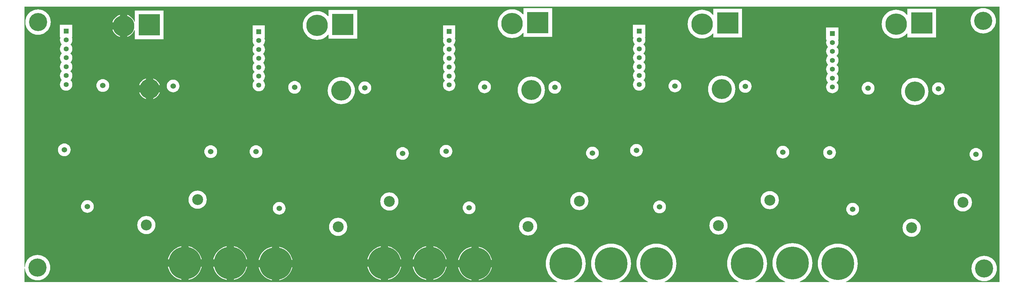
<source format=gbl>
G04*
G04 #@! TF.GenerationSoftware,Altium Limited,Altium Designer,19.1.7 (138)*
G04*
G04 Layer_Physical_Order=2*
G04 Layer_Color=16711680*
%FSLAX25Y25*%
%MOIN*%
G70*
G01*
G75*
%ADD27C,0.36000*%
%ADD28C,0.23622*%
%ADD29R,0.23622X0.23622*%
%ADD30C,0.12000*%
%ADD31C,0.22000*%
%ADD32C,0.06000*%
%ADD33R,0.05543X0.05543*%
%ADD34C,0.05543*%
%ADD35C,0.20000*%
G36*
X1078500Y347500D02*
Y43500D01*
X909302D01*
X909185Y44000D01*
X911024Y44907D01*
X913422Y46509D01*
X915590Y48410D01*
X917491Y50578D01*
X919093Y52976D01*
X920369Y55563D01*
X921296Y58294D01*
X921859Y61122D01*
X922047Y64000D01*
X921859Y66878D01*
X921296Y69706D01*
X920369Y72437D01*
X919093Y75024D01*
X917491Y77421D01*
X915590Y79590D01*
X913422Y81491D01*
X911024Y83093D01*
X908437Y84369D01*
X905706Y85296D01*
X902878Y85859D01*
X900000Y86047D01*
X897122Y85859D01*
X894294Y85296D01*
X891563Y84369D01*
X888976Y83093D01*
X886578Y81491D01*
X884410Y79590D01*
X882509Y77421D01*
X880907Y75024D01*
X879631Y72437D01*
X878704Y69706D01*
X878141Y66878D01*
X877953Y64000D01*
X878141Y61122D01*
X878704Y58294D01*
X879631Y55563D01*
X880907Y52976D01*
X882509Y50578D01*
X884410Y48410D01*
X886578Y46509D01*
X888976Y44907D01*
X890815Y44000D01*
X890698Y43500D01*
X858113D01*
X858031Y43993D01*
X858437Y44131D01*
X861024Y45407D01*
X863422Y47009D01*
X865590Y48910D01*
X867491Y51078D01*
X869093Y53476D01*
X870369Y56063D01*
X871296Y58794D01*
X871859Y61622D01*
X872047Y64500D01*
X871859Y67378D01*
X871296Y70206D01*
X870369Y72937D01*
X869093Y75524D01*
X867491Y77921D01*
X865590Y80090D01*
X863422Y81991D01*
X861024Y83593D01*
X858437Y84869D01*
X855706Y85796D01*
X852878Y86359D01*
X850000Y86547D01*
X847122Y86359D01*
X844294Y85796D01*
X841563Y84869D01*
X838976Y83593D01*
X836578Y81991D01*
X834410Y80090D01*
X832509Y77921D01*
X830907Y75524D01*
X829631Y72937D01*
X828704Y70206D01*
X828141Y67378D01*
X827953Y64500D01*
X828141Y61622D01*
X828704Y58794D01*
X829631Y56063D01*
X830907Y53476D01*
X832509Y51078D01*
X834410Y48910D01*
X836578Y47009D01*
X838976Y45407D01*
X841563Y44131D01*
X841969Y43993D01*
X841887Y43500D01*
X809302D01*
X809185Y44000D01*
X811024Y44907D01*
X813422Y46509D01*
X815590Y48410D01*
X817491Y50578D01*
X819093Y52976D01*
X820369Y55563D01*
X821296Y58294D01*
X821859Y61122D01*
X822047Y64000D01*
X821859Y66878D01*
X821296Y69706D01*
X820369Y72437D01*
X819093Y75024D01*
X817491Y77421D01*
X815590Y79590D01*
X813422Y81491D01*
X811024Y83093D01*
X808437Y84369D01*
X805706Y85296D01*
X802878Y85859D01*
X800000Y86047D01*
X797122Y85859D01*
X794294Y85296D01*
X791563Y84369D01*
X788976Y83093D01*
X786579Y81491D01*
X784410Y79590D01*
X782509Y77421D01*
X780907Y75024D01*
X779631Y72437D01*
X778704Y69706D01*
X778141Y66878D01*
X777953Y64000D01*
X778141Y61122D01*
X778704Y58294D01*
X779631Y55563D01*
X780907Y52976D01*
X782509Y50578D01*
X784410Y48410D01*
X786579Y46509D01*
X788976Y44907D01*
X790815Y44000D01*
X790698Y43500D01*
X709302D01*
X709185Y44000D01*
X711024Y44907D01*
X713421Y46509D01*
X715590Y48410D01*
X717491Y50578D01*
X719093Y52976D01*
X720369Y55563D01*
X721296Y58294D01*
X721859Y61122D01*
X722047Y64000D01*
X721859Y66878D01*
X721296Y69706D01*
X720369Y72437D01*
X719093Y75024D01*
X717491Y77421D01*
X715590Y79590D01*
X713421Y81491D01*
X711024Y83093D01*
X708437Y84369D01*
X705706Y85296D01*
X702878Y85859D01*
X700000Y86047D01*
X697122Y85859D01*
X694294Y85296D01*
X691563Y84369D01*
X688976Y83093D01*
X686579Y81491D01*
X684410Y79590D01*
X682509Y77421D01*
X680907Y75024D01*
X679631Y72437D01*
X678704Y69706D01*
X678141Y66878D01*
X677953Y64000D01*
X678141Y61122D01*
X678704Y58294D01*
X679631Y55563D01*
X680907Y52976D01*
X682509Y50578D01*
X684410Y48410D01*
X686579Y46509D01*
X688976Y44907D01*
X690815Y44000D01*
X690698Y43500D01*
X659302D01*
X659185Y44000D01*
X661024Y44907D01*
X663421Y46509D01*
X665590Y48410D01*
X667491Y50578D01*
X669093Y52976D01*
X670369Y55563D01*
X671296Y58294D01*
X671859Y61122D01*
X672047Y64000D01*
X671859Y66878D01*
X671296Y69706D01*
X670369Y72437D01*
X669093Y75024D01*
X667491Y77421D01*
X665590Y79590D01*
X663421Y81491D01*
X661024Y83093D01*
X658437Y84369D01*
X655706Y85296D01*
X652878Y85859D01*
X650000Y86047D01*
X647122Y85859D01*
X644294Y85296D01*
X641563Y84369D01*
X638976Y83093D01*
X636579Y81491D01*
X634410Y79590D01*
X632509Y77421D01*
X630907Y75024D01*
X629631Y72437D01*
X628704Y69706D01*
X628141Y66878D01*
X627953Y64000D01*
X628141Y61122D01*
X628704Y58294D01*
X629631Y55563D01*
X630907Y52976D01*
X632509Y50578D01*
X634410Y48410D01*
X636579Y46509D01*
X638976Y44907D01*
X640815Y44000D01*
X640698Y43500D01*
X609302D01*
X609185Y44000D01*
X611024Y44907D01*
X613421Y46509D01*
X615590Y48410D01*
X617491Y50578D01*
X619093Y52976D01*
X620369Y55563D01*
X621296Y58294D01*
X621859Y61122D01*
X622047Y64000D01*
X621859Y66878D01*
X621296Y69706D01*
X620369Y72437D01*
X619093Y75024D01*
X617491Y77421D01*
X615590Y79590D01*
X613421Y81491D01*
X611024Y83093D01*
X608437Y84369D01*
X605706Y85296D01*
X602878Y85859D01*
X600000Y86047D01*
X597122Y85859D01*
X594294Y85296D01*
X591563Y84369D01*
X588976Y83093D01*
X586579Y81491D01*
X584410Y79590D01*
X582509Y77421D01*
X580907Y75024D01*
X579631Y72437D01*
X578704Y69706D01*
X578141Y66878D01*
X577953Y64000D01*
X578141Y61122D01*
X578704Y58294D01*
X579631Y55563D01*
X580907Y52976D01*
X582509Y50578D01*
X584410Y48410D01*
X586579Y46509D01*
X588976Y44907D01*
X590815Y44000D01*
X590698Y43500D01*
X3000Y43500D01*
Y58930D01*
X3500Y58950D01*
X3630Y57303D01*
X4144Y55160D01*
X4987Y53124D01*
X6139Y51246D01*
X7570Y49570D01*
X9246Y48139D01*
X11124Y46987D01*
X13160Y46144D01*
X15303Y45630D01*
X17500Y45457D01*
X19697Y45630D01*
X21840Y46144D01*
X23876Y46987D01*
X25754Y48139D01*
X27430Y49570D01*
X28861Y51246D01*
X30013Y53124D01*
X30856Y55160D01*
X31370Y57303D01*
X31543Y59500D01*
X31370Y61697D01*
X30856Y63840D01*
X30013Y65876D01*
X28861Y67754D01*
X27430Y69430D01*
X25754Y70861D01*
X23876Y72013D01*
X21840Y72856D01*
X19697Y73370D01*
X17500Y73543D01*
X15303Y73370D01*
X13160Y72856D01*
X11124Y72013D01*
X9246Y70861D01*
X7570Y69430D01*
X6139Y67754D01*
X4987Y65876D01*
X4144Y63840D01*
X3630Y61697D01*
X3500Y60050D01*
X3000Y60070D01*
Y347500D01*
X1078500Y347500D01*
D02*
G37*
%LPC*%
G36*
X584984Y345811D02*
X553362D01*
Y339190D01*
X552893Y339017D01*
X552041Y340014D01*
X550149Y341630D01*
X548027Y342931D01*
X545728Y343883D01*
X543308Y344464D01*
X540827Y344659D01*
X538346Y344464D01*
X535926Y343883D01*
X533627Y342931D01*
X531505Y341630D01*
X529612Y340014D01*
X527996Y338121D01*
X526695Y335999D01*
X525743Y333700D01*
X525162Y331280D01*
X524967Y328799D01*
X525162Y326318D01*
X525743Y323898D01*
X526695Y321599D01*
X527996Y319477D01*
X529612Y317585D01*
X531505Y315968D01*
X533627Y314668D01*
X535926Y313716D01*
X538346Y313135D01*
X540827Y312939D01*
X543308Y313135D01*
X545728Y313716D01*
X548027Y314668D01*
X550149Y315968D01*
X552041Y317585D01*
X552893Y318582D01*
X553362Y318409D01*
Y314189D01*
X584984D01*
Y345811D01*
D02*
G37*
G36*
X1008484Y345311D02*
X976862D01*
Y338690D01*
X976393Y338517D01*
X975541Y339514D01*
X973649Y341130D01*
X971527Y342430D01*
X969228Y343383D01*
X966808Y343964D01*
X964327Y344159D01*
X961846Y343964D01*
X959426Y343383D01*
X957127Y342430D01*
X955005Y341130D01*
X953112Y339514D01*
X951496Y337621D01*
X950196Y335500D01*
X949243Y333200D01*
X948662Y330780D01*
X948467Y328299D01*
X948662Y325818D01*
X949243Y323398D01*
X950196Y321099D01*
X951496Y318977D01*
X953112Y317085D01*
X955005Y315468D01*
X957127Y314168D01*
X959426Y313215D01*
X961846Y312635D01*
X964327Y312439D01*
X966808Y312635D01*
X969228Y313215D01*
X971527Y314168D01*
X973649Y315468D01*
X975541Y317085D01*
X976393Y318082D01*
X976862Y317909D01*
Y313689D01*
X1008484D01*
Y345311D01*
D02*
G37*
G36*
X794484D02*
X762862D01*
Y338690D01*
X762393Y338517D01*
X761541Y339514D01*
X759649Y341130D01*
X757527Y342430D01*
X755228Y343383D01*
X752808Y343964D01*
X750327Y344159D01*
X747846Y343964D01*
X745426Y343383D01*
X743126Y342430D01*
X741005Y341130D01*
X739112Y339514D01*
X737496Y337621D01*
X736196Y335500D01*
X735243Y333200D01*
X734662Y330780D01*
X734467Y328299D01*
X734662Y325818D01*
X735243Y323398D01*
X736196Y321099D01*
X737496Y318977D01*
X739112Y317085D01*
X741005Y315468D01*
X743126Y314168D01*
X745426Y313215D01*
X747846Y312635D01*
X750327Y312439D01*
X752808Y312635D01*
X755228Y313215D01*
X757527Y314168D01*
X759649Y315468D01*
X761541Y317085D01*
X762393Y318082D01*
X762862Y317909D01*
Y313689D01*
X794484D01*
Y345311D01*
D02*
G37*
G36*
X369984Y343811D02*
X338362D01*
Y337190D01*
X337893Y337017D01*
X337041Y338014D01*
X335149Y339630D01*
X333027Y340931D01*
X330728Y341883D01*
X328308Y342464D01*
X325827Y342659D01*
X323346Y342464D01*
X320926Y341883D01*
X318626Y340931D01*
X316505Y339630D01*
X314612Y338014D01*
X312996Y336121D01*
X311696Y333999D01*
X310743Y331700D01*
X310162Y329280D01*
X309967Y326799D01*
X310162Y324318D01*
X310743Y321898D01*
X311696Y319599D01*
X312996Y317477D01*
X314612Y315585D01*
X316505Y313968D01*
X318626Y312668D01*
X320926Y311716D01*
X323346Y311135D01*
X325827Y310939D01*
X328308Y311135D01*
X330728Y311716D01*
X333027Y312668D01*
X335149Y313968D01*
X337041Y315585D01*
X337893Y316582D01*
X338362Y316409D01*
Y312189D01*
X369984D01*
Y343811D01*
D02*
G37*
G36*
X156484Y343311D02*
X124862D01*
Y330819D01*
X124362Y330720D01*
X123777Y332133D01*
X122723Y333853D01*
X121414Y335386D01*
X119880Y336696D01*
X118161Y337749D01*
X116327Y338509D01*
Y326299D01*
Y314089D01*
X118161Y314849D01*
X119880Y315903D01*
X121414Y317212D01*
X122723Y318746D01*
X123777Y320465D01*
X124362Y321879D01*
X124862Y321779D01*
Y311689D01*
X156484D01*
Y343311D01*
D02*
G37*
G36*
X108327Y338509D02*
X106493Y337749D01*
X104773Y336696D01*
X103240Y335386D01*
X101930Y333853D01*
X100877Y332133D01*
X100117Y330299D01*
X108327D01*
Y338509D01*
D02*
G37*
G36*
X1060500Y346043D02*
X1058303Y345870D01*
X1056160Y345356D01*
X1054125Y344513D01*
X1052246Y343361D01*
X1050570Y341930D01*
X1049139Y340254D01*
X1047987Y338375D01*
X1047144Y336340D01*
X1046630Y334197D01*
X1046457Y332000D01*
X1046630Y329803D01*
X1047144Y327660D01*
X1047987Y325624D01*
X1049139Y323746D01*
X1050570Y322070D01*
X1052246Y320639D01*
X1054125Y319487D01*
X1056160Y318644D01*
X1058303Y318130D01*
X1060500Y317957D01*
X1062697Y318130D01*
X1064840Y318644D01*
X1066875Y319487D01*
X1068754Y320639D01*
X1070430Y322070D01*
X1071861Y323746D01*
X1073013Y325624D01*
X1073856Y327660D01*
X1074370Y329803D01*
X1074543Y332000D01*
X1074370Y334197D01*
X1073856Y336340D01*
X1073013Y338375D01*
X1071861Y340254D01*
X1070430Y341930D01*
X1068754Y343361D01*
X1066875Y344513D01*
X1064840Y345356D01*
X1062697Y345870D01*
X1060500Y346043D01*
D02*
G37*
G36*
X18000Y344543D02*
X15803Y344370D01*
X13660Y343856D01*
X11625Y343013D01*
X9746Y341861D01*
X8070Y340430D01*
X6639Y338754D01*
X5487Y336876D01*
X4644Y334840D01*
X4130Y332697D01*
X3957Y330500D01*
X4130Y328303D01*
X4644Y326160D01*
X5487Y324125D01*
X6639Y322246D01*
X8070Y320570D01*
X9746Y319139D01*
X11625Y317987D01*
X13660Y317144D01*
X15803Y316630D01*
X18000Y316457D01*
X20197Y316630D01*
X22340Y317144D01*
X24375Y317987D01*
X26254Y319139D01*
X27930Y320570D01*
X29361Y322246D01*
X30513Y324125D01*
X31356Y326160D01*
X31870Y328303D01*
X32043Y330500D01*
X31870Y332697D01*
X31356Y334840D01*
X30513Y336876D01*
X29361Y338754D01*
X27930Y340430D01*
X26254Y341861D01*
X24375Y343013D01*
X22340Y343856D01*
X20197Y344370D01*
X18000Y344543D01*
D02*
G37*
G36*
X108327Y322299D02*
X100117D01*
X100877Y320465D01*
X101930Y318746D01*
X103240Y317212D01*
X104773Y315903D01*
X106493Y314849D01*
X108327Y314089D01*
Y322299D01*
D02*
G37*
G36*
X145000Y268332D02*
Y261000D01*
X152332D01*
X151725Y262465D01*
X150738Y264075D01*
X149512Y265511D01*
X148075Y266738D01*
X146465Y267725D01*
X145000Y268332D01*
D02*
G37*
G36*
X137000D02*
X135535Y267725D01*
X133925Y266738D01*
X132489Y265511D01*
X131262Y264075D01*
X130275Y262465D01*
X129668Y261000D01*
X137000D01*
Y268332D01*
D02*
G37*
G36*
X687772Y327484D02*
X674228D01*
Y313941D01*
X674424D01*
X674711Y313538D01*
X674704Y313441D01*
X674326Y312198D01*
X674196Y310870D01*
X674326Y309543D01*
X674714Y308266D01*
X675342Y307090D01*
X676189Y306059D01*
Y305839D01*
X675342Y304808D01*
X674714Y303631D01*
X674326Y302355D01*
X674196Y301028D01*
X674326Y299700D01*
X674714Y298424D01*
X675342Y297247D01*
X676189Y296216D01*
Y295996D01*
X675342Y294965D01*
X674714Y293789D01*
X674326Y292512D01*
X674196Y291185D01*
X674326Y289858D01*
X674714Y288581D01*
X675342Y287405D01*
X676189Y286374D01*
Y286154D01*
X675342Y285123D01*
X674714Y283946D01*
X674326Y282670D01*
X674196Y281343D01*
X674326Y280015D01*
X674714Y278739D01*
X675342Y277562D01*
X676189Y276531D01*
Y276311D01*
X675342Y275280D01*
X674714Y274104D01*
X674326Y272828D01*
X674196Y271500D01*
X674326Y270173D01*
X674714Y268896D01*
X675342Y267720D01*
X676189Y266689D01*
Y266469D01*
X675342Y265438D01*
X674714Y264261D01*
X674326Y262985D01*
X674196Y261658D01*
X674326Y260330D01*
X674714Y259053D01*
X675342Y257877D01*
X676189Y256846D01*
X677220Y256000D01*
X678396Y255371D01*
X679672Y254984D01*
X681000Y254853D01*
X682328Y254984D01*
X683604Y255371D01*
X684780Y256000D01*
X685811Y256846D01*
X686658Y257877D01*
X687287Y259053D01*
X687674Y260330D01*
X687804Y261658D01*
X687674Y262985D01*
X687287Y264261D01*
X686658Y265438D01*
X685811Y266469D01*
Y266689D01*
X686658Y267720D01*
X687287Y268896D01*
X687674Y270173D01*
X687804Y271500D01*
X687674Y272828D01*
X687287Y274104D01*
X686658Y275280D01*
X685811Y276311D01*
Y276531D01*
X686658Y277562D01*
X687287Y278739D01*
X687674Y280015D01*
X687804Y281343D01*
X687674Y282670D01*
X687287Y283946D01*
X686658Y285123D01*
X685811Y286154D01*
Y286374D01*
X686658Y287405D01*
X687287Y288581D01*
X687674Y289858D01*
X687804Y291185D01*
X687674Y292512D01*
X687287Y293789D01*
X686658Y294965D01*
X685811Y295996D01*
Y296216D01*
X686658Y297247D01*
X687287Y298424D01*
X687674Y299700D01*
X687804Y301028D01*
X687674Y302355D01*
X687287Y303631D01*
X686658Y304808D01*
X685811Y305839D01*
Y306059D01*
X686658Y307090D01*
X687287Y308266D01*
X687674Y309543D01*
X687804Y310870D01*
X687674Y312198D01*
X687296Y313441D01*
X687289Y313538D01*
X687576Y313941D01*
X687772D01*
Y327484D01*
D02*
G37*
G36*
X55772Y327457D02*
X42228D01*
Y313913D01*
X42424D01*
X42711Y313510D01*
X42704Y313413D01*
X42326Y312170D01*
X42196Y310842D01*
X42326Y309515D01*
X42713Y308239D01*
X43342Y307062D01*
X44188Y306031D01*
Y305811D01*
X43342Y304780D01*
X42713Y303604D01*
X42326Y302327D01*
X42196Y301000D01*
X42326Y299673D01*
X42713Y298396D01*
X43342Y297220D01*
X44188Y296189D01*
Y295969D01*
X43342Y294938D01*
X42713Y293761D01*
X42326Y292485D01*
X42196Y291158D01*
X42326Y289830D01*
X42713Y288554D01*
X43342Y287377D01*
X44188Y286346D01*
Y286126D01*
X43342Y285095D01*
X42713Y283919D01*
X42326Y282642D01*
X42196Y281315D01*
X42326Y279988D01*
X42713Y278711D01*
X43342Y277535D01*
X44188Y276503D01*
Y276284D01*
X43342Y275253D01*
X42713Y274076D01*
X42326Y272800D01*
X42196Y271472D01*
X42326Y270145D01*
X42713Y268868D01*
X43342Y267692D01*
X44188Y266661D01*
Y266441D01*
X43342Y265410D01*
X42713Y264234D01*
X42326Y262957D01*
X42196Y261630D01*
X42326Y260302D01*
X42713Y259026D01*
X43342Y257850D01*
X44188Y256819D01*
X45220Y255972D01*
X46396Y255344D01*
X47673Y254956D01*
X49000Y254825D01*
X50327Y254956D01*
X51604Y255344D01*
X52780Y255972D01*
X53812Y256819D01*
X54658Y257850D01*
X55287Y259026D01*
X55674Y260302D01*
X55804Y261630D01*
X55674Y262957D01*
X55287Y264234D01*
X54658Y265410D01*
X53812Y266441D01*
Y266661D01*
X54658Y267692D01*
X55287Y268868D01*
X55674Y270145D01*
X55804Y271472D01*
X55674Y272800D01*
X55287Y274076D01*
X54658Y275253D01*
X53812Y276284D01*
Y276503D01*
X54658Y277535D01*
X55287Y278711D01*
X55674Y279988D01*
X55804Y281315D01*
X55674Y282642D01*
X55287Y283919D01*
X54658Y285095D01*
X53812Y286126D01*
Y286346D01*
X54658Y287377D01*
X55287Y288554D01*
X55674Y289830D01*
X55804Y291158D01*
X55674Y292485D01*
X55287Y293761D01*
X54658Y294938D01*
X53812Y295969D01*
Y296189D01*
X54658Y297220D01*
X55287Y298396D01*
X55674Y299673D01*
X55804Y301000D01*
X55674Y302327D01*
X55287Y303604D01*
X54658Y304780D01*
X53812Y305811D01*
Y306031D01*
X54658Y307062D01*
X55287Y308239D01*
X55674Y309515D01*
X55804Y310842D01*
X55674Y312170D01*
X55296Y313413D01*
X55289Y313510D01*
X55576Y313913D01*
X55772D01*
Y327457D01*
D02*
G37*
G36*
X478272Y326984D02*
X464728D01*
Y313441D01*
X464924D01*
X465211Y313038D01*
X465204Y312941D01*
X464826Y311698D01*
X464696Y310370D01*
X464826Y309043D01*
X465213Y307766D01*
X465842Y306590D01*
X466689Y305559D01*
Y305339D01*
X465842Y304308D01*
X465213Y303132D01*
X464826Y301855D01*
X464696Y300528D01*
X464826Y299200D01*
X465213Y297924D01*
X465842Y296747D01*
X466689Y295716D01*
Y295497D01*
X465842Y294465D01*
X465213Y293289D01*
X464826Y292013D01*
X464696Y290685D01*
X464826Y289358D01*
X465213Y288081D01*
X465842Y286905D01*
X466689Y285874D01*
Y285654D01*
X465842Y284623D01*
X465213Y283447D01*
X464826Y282170D01*
X464696Y280842D01*
X464826Y279515D01*
X465213Y278239D01*
X465842Y277062D01*
X466689Y276031D01*
Y275811D01*
X465842Y274780D01*
X465213Y273604D01*
X464826Y272327D01*
X464696Y271000D01*
X464826Y269672D01*
X465213Y268396D01*
X465842Y267220D01*
X466689Y266189D01*
Y265969D01*
X465842Y264938D01*
X465213Y263761D01*
X464826Y262485D01*
X464696Y261157D01*
X464826Y259830D01*
X465213Y258554D01*
X465842Y257377D01*
X466689Y256346D01*
X467720Y255500D01*
X468896Y254871D01*
X470173Y254484D01*
X471500Y254353D01*
X472827Y254484D01*
X474104Y254871D01*
X475280Y255500D01*
X476311Y256346D01*
X477158Y257377D01*
X477786Y258554D01*
X478174Y259830D01*
X478304Y261157D01*
X478174Y262485D01*
X477786Y263761D01*
X477158Y264938D01*
X476311Y265969D01*
Y266189D01*
X477158Y267220D01*
X477786Y268396D01*
X478174Y269672D01*
X478304Y271000D01*
X478174Y272327D01*
X477786Y273604D01*
X477158Y274780D01*
X476311Y275811D01*
Y276031D01*
X477158Y277062D01*
X477786Y278239D01*
X478174Y279515D01*
X478304Y280842D01*
X478174Y282170D01*
X477786Y283447D01*
X477158Y284623D01*
X476311Y285654D01*
Y285874D01*
X477158Y286905D01*
X477786Y288081D01*
X478174Y289358D01*
X478304Y290685D01*
X478174Y292013D01*
X477786Y293289D01*
X477158Y294465D01*
X476311Y295497D01*
Y295716D01*
X477158Y296747D01*
X477786Y297924D01*
X478174Y299200D01*
X478304Y300528D01*
X478174Y301855D01*
X477786Y303132D01*
X477158Y304308D01*
X476311Y305339D01*
Y305559D01*
X477158Y306590D01*
X477786Y307766D01*
X478174Y309043D01*
X478304Y310370D01*
X478174Y311698D01*
X477797Y312941D01*
X477789Y313038D01*
X478076Y313441D01*
X478272D01*
Y326984D01*
D02*
G37*
G36*
X268272Y326772D02*
X254728D01*
Y313228D01*
X254924D01*
X255211Y312825D01*
X255204Y312728D01*
X254826Y311485D01*
X254696Y310157D01*
X254826Y308830D01*
X255213Y307554D01*
X255842Y306377D01*
X256688Y305346D01*
Y305126D01*
X255842Y304095D01*
X255213Y302919D01*
X254826Y301642D01*
X254696Y300315D01*
X254826Y298988D01*
X255213Y297711D01*
X255842Y296535D01*
X256688Y295503D01*
Y295284D01*
X255842Y294253D01*
X255213Y293076D01*
X254826Y291800D01*
X254696Y290472D01*
X254826Y289145D01*
X255213Y287868D01*
X255842Y286692D01*
X256688Y285661D01*
Y285441D01*
X255842Y284410D01*
X255213Y283234D01*
X254826Y281957D01*
X254696Y280630D01*
X254826Y279302D01*
X255213Y278026D01*
X255842Y276850D01*
X256688Y275818D01*
Y275599D01*
X255842Y274568D01*
X255213Y273391D01*
X254826Y272115D01*
X254696Y270787D01*
X254826Y269460D01*
X255213Y268183D01*
X255842Y267007D01*
X256688Y265976D01*
Y265756D01*
X255842Y264725D01*
X255213Y263549D01*
X254826Y262272D01*
X254696Y260945D01*
X254826Y259617D01*
X255213Y258341D01*
X255842Y257165D01*
X256688Y256133D01*
X257720Y255287D01*
X258896Y254658D01*
X260173Y254271D01*
X261500Y254140D01*
X262827Y254271D01*
X264104Y254658D01*
X265280Y255287D01*
X266312Y256133D01*
X267158Y257165D01*
X267787Y258341D01*
X268174Y259617D01*
X268304Y260945D01*
X268174Y262272D01*
X267787Y263549D01*
X267158Y264725D01*
X266312Y265756D01*
Y265976D01*
X267158Y267007D01*
X267787Y268183D01*
X268174Y269460D01*
X268304Y270787D01*
X268174Y272115D01*
X267787Y273391D01*
X267158Y274568D01*
X266312Y275599D01*
Y275818D01*
X267158Y276850D01*
X267787Y278026D01*
X268174Y279302D01*
X268304Y280630D01*
X268174Y281957D01*
X267787Y283234D01*
X267158Y284410D01*
X266312Y285441D01*
Y285661D01*
X267158Y286692D01*
X267787Y287868D01*
X268174Y289145D01*
X268304Y290472D01*
X268174Y291800D01*
X267787Y293076D01*
X267158Y294253D01*
X266312Y295284D01*
Y295503D01*
X267158Y296535D01*
X267787Y297711D01*
X268174Y298988D01*
X268304Y300315D01*
X268174Y301642D01*
X267787Y302919D01*
X267158Y304095D01*
X266312Y305126D01*
Y305346D01*
X267158Y306377D01*
X267787Y307554D01*
X268174Y308830D01*
X268304Y310157D01*
X268174Y311485D01*
X267796Y312728D01*
X267789Y312825D01*
X268076Y313228D01*
X268272D01*
Y326772D01*
D02*
G37*
G36*
X89500Y267534D02*
X88128Y267399D01*
X86808Y266999D01*
X85592Y266349D01*
X84526Y265474D01*
X83652Y264408D01*
X83002Y263192D01*
X82601Y261872D01*
X82466Y260500D01*
X82601Y259128D01*
X83002Y257808D01*
X83652Y256592D01*
X84526Y255526D01*
X85592Y254651D01*
X86808Y254001D01*
X88128Y253601D01*
X89500Y253466D01*
X90872Y253601D01*
X92192Y254001D01*
X93408Y254651D01*
X94474Y255526D01*
X95349Y256592D01*
X95999Y257808D01*
X96399Y259128D01*
X96534Y260500D01*
X96399Y261872D01*
X95999Y263192D01*
X95349Y264408D01*
X94474Y265474D01*
X93408Y266349D01*
X92192Y266999D01*
X90872Y267399D01*
X89500Y267534D01*
D02*
G37*
G36*
X720500Y267034D02*
X719128Y266899D01*
X717808Y266498D01*
X716592Y265848D01*
X715526Y264974D01*
X714652Y263908D01*
X714002Y262692D01*
X713601Y261372D01*
X713466Y260000D01*
X713601Y258628D01*
X714002Y257308D01*
X714652Y256092D01*
X715526Y255026D01*
X716592Y254152D01*
X717808Y253502D01*
X719128Y253101D01*
X720500Y252966D01*
X721872Y253101D01*
X723192Y253502D01*
X724408Y254152D01*
X725474Y255026D01*
X726348Y256092D01*
X726998Y257308D01*
X727399Y258628D01*
X727534Y260000D01*
X727399Y261372D01*
X726998Y262692D01*
X726348Y263908D01*
X725474Y264974D01*
X724408Y265848D01*
X723192Y266498D01*
X721872Y266899D01*
X720500Y267034D01*
D02*
G37*
G36*
X167000D02*
X165628Y266899D01*
X164308Y266498D01*
X163092Y265848D01*
X162026Y264974D01*
X161152Y263908D01*
X160502Y262692D01*
X160101Y261372D01*
X159966Y260000D01*
X160101Y258628D01*
X160502Y257308D01*
X161152Y256092D01*
X162026Y255026D01*
X163092Y254152D01*
X164308Y253502D01*
X165628Y253101D01*
X167000Y252966D01*
X168372Y253101D01*
X169692Y253502D01*
X170908Y254152D01*
X171974Y255026D01*
X172848Y256092D01*
X173498Y257308D01*
X173899Y258628D01*
X174034Y260000D01*
X173899Y261372D01*
X173498Y262692D01*
X172848Y263908D01*
X171974Y264974D01*
X170908Y265848D01*
X169692Y266498D01*
X168372Y266899D01*
X167000Y267034D01*
D02*
G37*
G36*
X798000Y266534D02*
X796628Y266399D01*
X795308Y265999D01*
X794092Y265349D01*
X793026Y264474D01*
X792152Y263408D01*
X791502Y262192D01*
X791101Y260872D01*
X790966Y259500D01*
X791101Y258128D01*
X791502Y256808D01*
X792152Y255592D01*
X793026Y254526D01*
X794092Y253651D01*
X795308Y253001D01*
X796628Y252601D01*
X798000Y252466D01*
X799372Y252601D01*
X800692Y253001D01*
X801908Y253651D01*
X802974Y254526D01*
X803848Y255592D01*
X804498Y256808D01*
X804899Y258128D01*
X805034Y259500D01*
X804899Y260872D01*
X804498Y262192D01*
X803848Y263408D01*
X802974Y264474D01*
X801908Y265349D01*
X800692Y265999D01*
X799372Y266399D01*
X798000Y266534D01*
D02*
G37*
G36*
X900772Y324642D02*
X887228D01*
Y311098D01*
X887424D01*
X887711Y310695D01*
X887704Y310598D01*
X887326Y309355D01*
X887196Y308028D01*
X887326Y306700D01*
X887714Y305424D01*
X888342Y304247D01*
X889189Y303216D01*
Y302996D01*
X888342Y301965D01*
X887714Y300789D01*
X887326Y299513D01*
X887196Y298185D01*
X887326Y296858D01*
X887714Y295581D01*
X888342Y294405D01*
X889189Y293374D01*
Y293154D01*
X888342Y292123D01*
X887714Y290947D01*
X887326Y289670D01*
X887196Y288342D01*
X887326Y287015D01*
X887714Y285739D01*
X888342Y284562D01*
X889189Y283531D01*
Y283311D01*
X888342Y282280D01*
X887714Y281104D01*
X887326Y279827D01*
X887196Y278500D01*
X887326Y277172D01*
X887714Y275896D01*
X888342Y274720D01*
X889189Y273689D01*
Y273469D01*
X888342Y272438D01*
X887714Y271261D01*
X887326Y269985D01*
X887196Y268657D01*
X887326Y267330D01*
X887714Y266054D01*
X888342Y264877D01*
X889189Y263846D01*
Y263626D01*
X888342Y262595D01*
X887714Y261419D01*
X887326Y260142D01*
X887196Y258815D01*
X887326Y257488D01*
X887714Y256211D01*
X888342Y255035D01*
X889189Y254004D01*
X890220Y253157D01*
X891396Y252529D01*
X892673Y252141D01*
X894000Y252010D01*
X895327Y252141D01*
X896604Y252529D01*
X897780Y253157D01*
X898811Y254004D01*
X899658Y255035D01*
X900286Y256211D01*
X900674Y257488D01*
X900804Y258815D01*
X900674Y260142D01*
X900286Y261419D01*
X899658Y262595D01*
X898811Y263626D01*
Y263846D01*
X899658Y264877D01*
X900286Y266054D01*
X900674Y267330D01*
X900804Y268657D01*
X900674Y269985D01*
X900286Y271261D01*
X899658Y272438D01*
X898811Y273469D01*
Y273689D01*
X899658Y274720D01*
X900286Y275896D01*
X900674Y277172D01*
X900804Y278500D01*
X900674Y279827D01*
X900286Y281104D01*
X899658Y282280D01*
X898811Y283311D01*
Y283531D01*
X899658Y284562D01*
X900286Y285739D01*
X900674Y287015D01*
X900804Y288342D01*
X900674Y289670D01*
X900286Y290947D01*
X899658Y292123D01*
X898811Y293154D01*
Y293374D01*
X899658Y294405D01*
X900286Y295581D01*
X900674Y296858D01*
X900804Y298185D01*
X900674Y299513D01*
X900286Y300789D01*
X899658Y301965D01*
X898811Y302996D01*
Y303216D01*
X899658Y304247D01*
X900286Y305424D01*
X900674Y306700D01*
X900804Y308028D01*
X900674Y309355D01*
X900296Y310598D01*
X900289Y310695D01*
X900576Y311098D01*
X900772D01*
Y324642D01*
D02*
G37*
G36*
X510500Y266034D02*
X509128Y265899D01*
X507808Y265498D01*
X506592Y264848D01*
X505526Y263974D01*
X504652Y262908D01*
X504002Y261692D01*
X503601Y260372D01*
X503466Y259000D01*
X503601Y257628D01*
X504002Y256308D01*
X504652Y255092D01*
X505526Y254026D01*
X506592Y253151D01*
X507808Y252502D01*
X509128Y252101D01*
X510500Y251966D01*
X511872Y252101D01*
X513192Y252502D01*
X514408Y253151D01*
X515474Y254026D01*
X516348Y255092D01*
X516998Y256308D01*
X517399Y257628D01*
X517534Y259000D01*
X517399Y260372D01*
X516998Y261692D01*
X516348Y262908D01*
X515474Y263974D01*
X514408Y264848D01*
X513192Y265498D01*
X511872Y265899D01*
X510500Y266034D01*
D02*
G37*
G36*
X588000Y265534D02*
X586628Y265399D01*
X585308Y264999D01*
X584092Y264349D01*
X583026Y263474D01*
X582152Y262408D01*
X581502Y261192D01*
X581101Y259872D01*
X580966Y258500D01*
X581101Y257128D01*
X581502Y255808D01*
X582152Y254592D01*
X583026Y253526D01*
X584092Y252652D01*
X585308Y252002D01*
X586628Y251601D01*
X588000Y251466D01*
X589372Y251601D01*
X590692Y252002D01*
X591908Y252652D01*
X592974Y253526D01*
X593848Y254592D01*
X594498Y255808D01*
X594899Y257128D01*
X595034Y258500D01*
X594899Y259872D01*
X594498Y261192D01*
X593848Y262408D01*
X592974Y263474D01*
X591908Y264349D01*
X590692Y264999D01*
X589372Y265399D01*
X588000Y265534D01*
D02*
G37*
G36*
X301000D02*
X299628Y265399D01*
X298308Y264999D01*
X297092Y264349D01*
X296026Y263474D01*
X295151Y262408D01*
X294501Y261192D01*
X294101Y259872D01*
X293966Y258500D01*
X294101Y257128D01*
X294501Y255808D01*
X295151Y254592D01*
X296026Y253526D01*
X297092Y252652D01*
X298308Y252002D01*
X299628Y251601D01*
X301000Y251466D01*
X302372Y251601D01*
X303692Y252002D01*
X304908Y252652D01*
X305974Y253526D01*
X306849Y254592D01*
X307499Y255808D01*
X307899Y257128D01*
X308034Y258500D01*
X307899Y259872D01*
X307499Y261192D01*
X306849Y262408D01*
X305974Y263474D01*
X304908Y264349D01*
X303692Y264999D01*
X302372Y265399D01*
X301000Y265534D01*
D02*
G37*
G36*
X378500Y265034D02*
X377128Y264899D01*
X375808Y264498D01*
X374592Y263848D01*
X373526Y262974D01*
X372652Y261908D01*
X372002Y260692D01*
X371601Y259372D01*
X371466Y258000D01*
X371601Y256628D01*
X372002Y255308D01*
X372652Y254092D01*
X373526Y253026D01*
X374592Y252151D01*
X375808Y251501D01*
X377128Y251101D01*
X378500Y250966D01*
X379872Y251101D01*
X381192Y251501D01*
X382408Y252151D01*
X383474Y253026D01*
X384349Y254092D01*
X384998Y255308D01*
X385399Y256628D01*
X385534Y258000D01*
X385399Y259372D01*
X384998Y260692D01*
X384349Y261908D01*
X383474Y262974D01*
X382408Y263848D01*
X381192Y264498D01*
X379872Y264899D01*
X378500Y265034D01*
D02*
G37*
G36*
X933500Y264534D02*
X932128Y264399D01*
X930808Y263999D01*
X929592Y263349D01*
X928526Y262474D01*
X927652Y261408D01*
X927001Y260192D01*
X926601Y258872D01*
X926466Y257500D01*
X926601Y256128D01*
X927001Y254808D01*
X927652Y253592D01*
X928526Y252526D01*
X929592Y251652D01*
X930808Y251002D01*
X932128Y250601D01*
X933500Y250466D01*
X934872Y250601D01*
X936192Y251002D01*
X937408Y251652D01*
X938474Y252526D01*
X939349Y253592D01*
X939999Y254808D01*
X940399Y256128D01*
X940534Y257500D01*
X940399Y258872D01*
X939999Y260192D01*
X939349Y261408D01*
X938474Y262474D01*
X937408Y263349D01*
X936192Y263999D01*
X934872Y264399D01*
X933500Y264534D01*
D02*
G37*
G36*
X1011000Y264034D02*
X1009628Y263899D01*
X1008308Y263498D01*
X1007092Y262848D01*
X1006026Y261974D01*
X1005151Y260908D01*
X1004502Y259692D01*
X1004101Y258372D01*
X1003966Y257000D01*
X1004101Y255628D01*
X1004502Y254308D01*
X1005151Y253092D01*
X1006026Y252026D01*
X1007092Y251151D01*
X1008308Y250501D01*
X1009628Y250101D01*
X1011000Y249966D01*
X1012372Y250101D01*
X1013692Y250501D01*
X1014908Y251151D01*
X1015974Y252026D01*
X1016848Y253092D01*
X1017498Y254308D01*
X1017899Y255628D01*
X1018034Y257000D01*
X1017899Y258372D01*
X1017498Y259692D01*
X1016848Y260908D01*
X1015974Y261974D01*
X1014908Y262848D01*
X1013692Y263498D01*
X1012372Y263899D01*
X1011000Y264034D01*
D02*
G37*
G36*
X152332Y253000D02*
X145000D01*
Y245668D01*
X146465Y246275D01*
X148075Y247262D01*
X149512Y248488D01*
X150738Y249925D01*
X151725Y251535D01*
X152332Y253000D01*
D02*
G37*
G36*
X137000D02*
X129668D01*
X130275Y251535D01*
X131262Y249925D01*
X132489Y248488D01*
X133925Y247262D01*
X135535Y246275D01*
X137000Y245668D01*
Y253000D01*
D02*
G37*
G36*
X772000Y271546D02*
X769646Y271361D01*
X767350Y270810D01*
X765169Y269906D01*
X763156Y268673D01*
X761361Y267139D01*
X759827Y265344D01*
X758594Y263331D01*
X757690Y261150D01*
X757139Y258854D01*
X756954Y256500D01*
X757139Y254146D01*
X757690Y251850D01*
X758594Y249669D01*
X759827Y247656D01*
X761361Y245861D01*
X763156Y244327D01*
X765169Y243094D01*
X767350Y242190D01*
X769646Y241639D01*
X772000Y241454D01*
X774354Y241639D01*
X776650Y242190D01*
X778831Y243094D01*
X780844Y244327D01*
X782639Y245861D01*
X784173Y247656D01*
X785406Y249669D01*
X786310Y251850D01*
X786861Y254146D01*
X787046Y256500D01*
X786861Y258854D01*
X786310Y261150D01*
X785406Y263331D01*
X784173Y265344D01*
X782639Y267139D01*
X780844Y268673D01*
X778831Y269906D01*
X776650Y270810D01*
X774354Y271361D01*
X772000Y271546D01*
D02*
G37*
G36*
X562000Y270546D02*
X559646Y270361D01*
X557350Y269810D01*
X555169Y268906D01*
X553156Y267673D01*
X551361Y266139D01*
X549827Y264344D01*
X548594Y262331D01*
X547690Y260150D01*
X547139Y257854D01*
X546954Y255500D01*
X547139Y253146D01*
X547690Y250850D01*
X548594Y248669D01*
X549827Y246656D01*
X551361Y244861D01*
X553156Y243327D01*
X555169Y242094D01*
X557350Y241190D01*
X559646Y240639D01*
X562000Y240454D01*
X564354Y240639D01*
X566650Y241190D01*
X568831Y242094D01*
X570844Y243327D01*
X572639Y244861D01*
X574173Y246656D01*
X575406Y248669D01*
X576310Y250850D01*
X576861Y253146D01*
X577046Y255500D01*
X576861Y257854D01*
X576310Y260150D01*
X575406Y262331D01*
X574173Y264344D01*
X572639Y266139D01*
X570844Y267673D01*
X568831Y268906D01*
X566650Y269810D01*
X564354Y270361D01*
X562000Y270546D01*
D02*
G37*
G36*
X352500Y270046D02*
X350146Y269861D01*
X347850Y269310D01*
X345669Y268406D01*
X343656Y267173D01*
X341861Y265639D01*
X340327Y263844D01*
X339094Y261831D01*
X338190Y259650D01*
X337639Y257354D01*
X337454Y255000D01*
X337639Y252646D01*
X338190Y250350D01*
X339094Y248169D01*
X340327Y246156D01*
X341861Y244361D01*
X343656Y242827D01*
X345669Y241594D01*
X347850Y240690D01*
X350146Y240139D01*
X352500Y239954D01*
X354854Y240139D01*
X357150Y240690D01*
X359331Y241594D01*
X361344Y242827D01*
X363139Y244361D01*
X364673Y246156D01*
X365906Y248169D01*
X366810Y250350D01*
X367361Y252646D01*
X367546Y255000D01*
X367361Y257354D01*
X366810Y259650D01*
X365906Y261831D01*
X364673Y263844D01*
X363139Y265639D01*
X361344Y267173D01*
X359331Y268406D01*
X357150Y269310D01*
X354854Y269861D01*
X352500Y270046D01*
D02*
G37*
G36*
X985000Y269046D02*
X982646Y268861D01*
X980350Y268310D01*
X978169Y267406D01*
X976156Y266173D01*
X974361Y264639D01*
X972827Y262844D01*
X971594Y260831D01*
X970690Y258650D01*
X970139Y256354D01*
X969954Y254000D01*
X970139Y251646D01*
X970690Y249350D01*
X971594Y247169D01*
X972827Y245156D01*
X974361Y243361D01*
X976156Y241827D01*
X978169Y240594D01*
X980350Y239690D01*
X982646Y239139D01*
X985000Y238954D01*
X987354Y239139D01*
X989650Y239690D01*
X991831Y240594D01*
X993844Y241827D01*
X995639Y243361D01*
X997173Y245156D01*
X998406Y247169D01*
X999310Y249350D01*
X999861Y251646D01*
X1000046Y254000D01*
X999861Y256354D01*
X999310Y258650D01*
X998406Y260831D01*
X997173Y262844D01*
X995639Y264639D01*
X993844Y266173D01*
X991831Y267406D01*
X989650Y268310D01*
X987354Y268861D01*
X985000Y269046D01*
D02*
G37*
G36*
X47000Y196534D02*
X45628Y196399D01*
X44308Y195999D01*
X43092Y195349D01*
X42026Y194474D01*
X41151Y193408D01*
X40501Y192192D01*
X40101Y190872D01*
X39966Y189500D01*
X40101Y188128D01*
X40501Y186808D01*
X41151Y185592D01*
X42026Y184526D01*
X43092Y183651D01*
X44308Y183001D01*
X45628Y182601D01*
X47000Y182466D01*
X48372Y182601D01*
X49692Y183001D01*
X50908Y183651D01*
X51974Y184526D01*
X52849Y185592D01*
X53499Y186808D01*
X53899Y188128D01*
X54034Y189500D01*
X53899Y190872D01*
X53499Y192192D01*
X52849Y193408D01*
X51974Y194474D01*
X50908Y195349D01*
X49692Y195999D01*
X48372Y196399D01*
X47000Y196534D01*
D02*
G37*
G36*
X678000Y196034D02*
X676628Y195899D01*
X675308Y195499D01*
X674092Y194849D01*
X673026Y193974D01*
X672152Y192908D01*
X671502Y191692D01*
X671101Y190372D01*
X670966Y189000D01*
X671101Y187628D01*
X671502Y186308D01*
X672152Y185092D01*
X673026Y184026D01*
X674092Y183151D01*
X675308Y182501D01*
X676628Y182101D01*
X678000Y181966D01*
X679372Y182101D01*
X680692Y182501D01*
X681908Y183151D01*
X682974Y184026D01*
X683848Y185092D01*
X684498Y186308D01*
X684899Y187628D01*
X685034Y189000D01*
X684899Y190372D01*
X684498Y191692D01*
X683848Y192908D01*
X682974Y193974D01*
X681908Y194849D01*
X680692Y195499D01*
X679372Y195899D01*
X678000Y196034D01*
D02*
G37*
G36*
X468000Y195034D02*
X466628Y194899D01*
X465308Y194499D01*
X464092Y193849D01*
X463026Y192974D01*
X462152Y191908D01*
X461502Y190692D01*
X461101Y189372D01*
X460966Y188000D01*
X461101Y186628D01*
X461502Y185308D01*
X462152Y184092D01*
X463026Y183026D01*
X464092Y182151D01*
X465308Y181501D01*
X466628Y181101D01*
X468000Y180966D01*
X469372Y181101D01*
X470692Y181501D01*
X471908Y182151D01*
X472974Y183026D01*
X473848Y184092D01*
X474498Y185308D01*
X474899Y186628D01*
X475034Y188000D01*
X474899Y189372D01*
X474498Y190692D01*
X473848Y191908D01*
X472974Y192974D01*
X471908Y193849D01*
X470692Y194499D01*
X469372Y194899D01*
X468000Y195034D01*
D02*
G37*
G36*
X258500Y194534D02*
X257128Y194399D01*
X255808Y193999D01*
X254592Y193349D01*
X253526Y192474D01*
X252652Y191408D01*
X252002Y190192D01*
X251601Y188872D01*
X251466Y187500D01*
X251601Y186128D01*
X252002Y184808D01*
X252652Y183592D01*
X253526Y182526D01*
X254592Y181651D01*
X255808Y181001D01*
X257128Y180601D01*
X258500Y180466D01*
X259872Y180601D01*
X261192Y181001D01*
X262408Y181651D01*
X263474Y182526D01*
X264349Y183592D01*
X264999Y184808D01*
X265399Y186128D01*
X265534Y187500D01*
X265399Y188872D01*
X264999Y190192D01*
X264349Y191408D01*
X263474Y192474D01*
X262408Y193349D01*
X261192Y193999D01*
X259872Y194399D01*
X258500Y194534D01*
D02*
G37*
G36*
X208500D02*
X207128Y194399D01*
X205808Y193999D01*
X204592Y193349D01*
X203526Y192474D01*
X202652Y191408D01*
X202002Y190192D01*
X201601Y188872D01*
X201466Y187500D01*
X201601Y186128D01*
X202002Y184808D01*
X202652Y183592D01*
X203526Y182526D01*
X204592Y181651D01*
X205808Y181001D01*
X207128Y180601D01*
X208500Y180466D01*
X209872Y180601D01*
X211192Y181001D01*
X212408Y181651D01*
X213474Y182526D01*
X214349Y183592D01*
X214999Y184808D01*
X215399Y186128D01*
X215534Y187500D01*
X215399Y188872D01*
X214999Y190192D01*
X214349Y191408D01*
X213474Y192474D01*
X212408Y193349D01*
X211192Y193999D01*
X209872Y194399D01*
X208500Y194534D01*
D02*
G37*
G36*
X839500Y194034D02*
X838128Y193899D01*
X836808Y193499D01*
X835592Y192849D01*
X834526Y191974D01*
X833652Y190908D01*
X833002Y189692D01*
X832601Y188372D01*
X832466Y187000D01*
X832601Y185628D01*
X833002Y184308D01*
X833652Y183092D01*
X834526Y182026D01*
X835592Y181151D01*
X836808Y180501D01*
X838128Y180101D01*
X839500Y179966D01*
X840872Y180101D01*
X842192Y180501D01*
X843408Y181151D01*
X844474Y182026D01*
X845348Y183092D01*
X845998Y184308D01*
X846399Y185628D01*
X846534Y187000D01*
X846399Y188372D01*
X845998Y189692D01*
X845348Y190908D01*
X844474Y191974D01*
X843408Y192849D01*
X842192Y193499D01*
X840872Y193899D01*
X839500Y194034D01*
D02*
G37*
G36*
X891000Y193534D02*
X889628Y193399D01*
X888308Y192999D01*
X887092Y192349D01*
X886026Y191474D01*
X885151Y190408D01*
X884501Y189192D01*
X884101Y187872D01*
X883966Y186500D01*
X884101Y185128D01*
X884501Y183808D01*
X885151Y182592D01*
X886026Y181526D01*
X887092Y180651D01*
X888308Y180001D01*
X889628Y179601D01*
X891000Y179466D01*
X892372Y179601D01*
X893692Y180001D01*
X894908Y180651D01*
X895974Y181526D01*
X896848Y182592D01*
X897499Y183808D01*
X897899Y185128D01*
X898034Y186500D01*
X897899Y187872D01*
X897499Y189192D01*
X896848Y190408D01*
X895974Y191474D01*
X894908Y192349D01*
X893692Y192999D01*
X892372Y193399D01*
X891000Y193534D01*
D02*
G37*
G36*
X629500Y193034D02*
X628128Y192899D01*
X626808Y192499D01*
X625592Y191849D01*
X624526Y190974D01*
X623652Y189908D01*
X623002Y188692D01*
X622601Y187372D01*
X622466Y186000D01*
X622601Y184628D01*
X623002Y183308D01*
X623652Y182092D01*
X624526Y181026D01*
X625592Y180151D01*
X626808Y179501D01*
X628128Y179101D01*
X629500Y178966D01*
X630872Y179101D01*
X632192Y179501D01*
X633408Y180151D01*
X634474Y181026D01*
X635348Y182092D01*
X635998Y183308D01*
X636399Y184628D01*
X636534Y186000D01*
X636399Y187372D01*
X635998Y188692D01*
X635348Y189908D01*
X634474Y190974D01*
X633408Y191849D01*
X632192Y192499D01*
X630872Y192899D01*
X629500Y193034D01*
D02*
G37*
G36*
X420000Y192534D02*
X418628Y192399D01*
X417308Y191999D01*
X416092Y191349D01*
X415026Y190474D01*
X414152Y189408D01*
X413502Y188192D01*
X413101Y186872D01*
X412966Y185500D01*
X413101Y184128D01*
X413502Y182808D01*
X414152Y181592D01*
X415026Y180526D01*
X416092Y179651D01*
X417308Y179001D01*
X418628Y178601D01*
X420000Y178466D01*
X421372Y178601D01*
X422692Y179001D01*
X423908Y179651D01*
X424974Y180526D01*
X425848Y181592D01*
X426498Y182808D01*
X426899Y184128D01*
X427034Y185500D01*
X426899Y186872D01*
X426498Y188192D01*
X425848Y189408D01*
X424974Y190474D01*
X423908Y191349D01*
X422692Y191999D01*
X421372Y192399D01*
X420000Y192534D01*
D02*
G37*
G36*
X1052500Y191534D02*
X1051128Y191399D01*
X1049808Y190998D01*
X1048592Y190348D01*
X1047526Y189474D01*
X1046651Y188408D01*
X1046002Y187192D01*
X1045601Y185872D01*
X1045466Y184500D01*
X1045601Y183128D01*
X1046002Y181808D01*
X1046651Y180592D01*
X1047526Y179526D01*
X1048592Y178651D01*
X1049808Y178001D01*
X1051128Y177601D01*
X1052500Y177466D01*
X1053872Y177601D01*
X1055192Y178001D01*
X1056408Y178651D01*
X1057474Y179526D01*
X1058348Y180592D01*
X1058998Y181808D01*
X1059399Y183128D01*
X1059534Y184500D01*
X1059399Y185872D01*
X1058998Y187192D01*
X1058348Y188408D01*
X1057474Y189474D01*
X1056408Y190348D01*
X1055192Y190998D01*
X1053872Y191399D01*
X1052500Y191534D01*
D02*
G37*
G36*
X194000Y144548D02*
X192040Y144355D01*
X190155Y143783D01*
X188417Y142855D01*
X186895Y141605D01*
X185645Y140083D01*
X184716Y138345D01*
X184145Y136460D01*
X183952Y134500D01*
X184145Y132540D01*
X184716Y130655D01*
X185645Y128917D01*
X186895Y127395D01*
X188417Y126145D01*
X190155Y125216D01*
X192040Y124645D01*
X194000Y124452D01*
X195960Y124645D01*
X197845Y125216D01*
X199583Y126145D01*
X201105Y127395D01*
X202355Y128917D01*
X203284Y130655D01*
X203855Y132540D01*
X204048Y134500D01*
X203855Y136460D01*
X203284Y138345D01*
X202355Y140083D01*
X201105Y141605D01*
X199583Y142855D01*
X197845Y143783D01*
X195960Y144355D01*
X194000Y144548D01*
D02*
G37*
G36*
X825000Y144048D02*
X823040Y143855D01*
X821155Y143283D01*
X819417Y142355D01*
X817895Y141105D01*
X816645Y139583D01*
X815716Y137845D01*
X815145Y135960D01*
X814952Y134000D01*
X815145Y132040D01*
X815716Y130155D01*
X816645Y128417D01*
X817895Y126895D01*
X819417Y125645D01*
X821155Y124716D01*
X823040Y124145D01*
X825000Y123952D01*
X826960Y124145D01*
X828845Y124716D01*
X830583Y125645D01*
X832105Y126895D01*
X833355Y128417D01*
X834284Y130155D01*
X834855Y132040D01*
X835048Y134000D01*
X834855Y135960D01*
X834284Y137845D01*
X833355Y139583D01*
X832105Y141105D01*
X830583Y142355D01*
X828845Y143283D01*
X826960Y143855D01*
X825000Y144048D01*
D02*
G37*
G36*
X615000Y143048D02*
X613040Y142855D01*
X611155Y142283D01*
X609417Y141355D01*
X607895Y140105D01*
X606645Y138583D01*
X605717Y136845D01*
X605145Y134960D01*
X604952Y133000D01*
X605145Y131040D01*
X605717Y129155D01*
X606645Y127417D01*
X607895Y125895D01*
X609417Y124645D01*
X611155Y123716D01*
X613040Y123145D01*
X615000Y122952D01*
X616960Y123145D01*
X618845Y123716D01*
X620583Y124645D01*
X622105Y125895D01*
X623355Y127417D01*
X624284Y129155D01*
X624855Y131040D01*
X625048Y133000D01*
X624855Y134960D01*
X624284Y136845D01*
X623355Y138583D01*
X622105Y140105D01*
X620583Y141355D01*
X618845Y142283D01*
X616960Y142855D01*
X615000Y143048D01*
D02*
G37*
G36*
X405500Y142548D02*
X403540Y142355D01*
X401655Y141783D01*
X399917Y140855D01*
X398395Y139605D01*
X397145Y138083D01*
X396217Y136345D01*
X395645Y134460D01*
X395452Y132500D01*
X395645Y130540D01*
X396217Y128655D01*
X397145Y126917D01*
X398395Y125395D01*
X399917Y124145D01*
X401655Y123216D01*
X403540Y122645D01*
X405500Y122452D01*
X407460Y122645D01*
X409345Y123216D01*
X411083Y124145D01*
X412605Y125395D01*
X413855Y126917D01*
X414783Y128655D01*
X415355Y130540D01*
X415548Y132500D01*
X415355Y134460D01*
X414783Y136345D01*
X413855Y138083D01*
X412605Y139605D01*
X411083Y140855D01*
X409345Y141783D01*
X407460Y142355D01*
X405500Y142548D01*
D02*
G37*
G36*
X1038000Y141548D02*
X1036040Y141355D01*
X1034155Y140784D01*
X1032417Y139855D01*
X1030895Y138605D01*
X1029645Y137083D01*
X1028716Y135345D01*
X1028145Y133460D01*
X1027952Y131500D01*
X1028145Y129540D01*
X1028716Y127655D01*
X1029645Y125917D01*
X1030895Y124395D01*
X1032417Y123145D01*
X1034155Y122216D01*
X1036040Y121645D01*
X1038000Y121452D01*
X1039960Y121645D01*
X1041845Y122216D01*
X1043583Y123145D01*
X1045105Y124395D01*
X1046355Y125917D01*
X1047283Y127655D01*
X1047855Y129540D01*
X1048048Y131500D01*
X1047855Y133460D01*
X1047283Y135345D01*
X1046355Y137083D01*
X1045105Y138605D01*
X1043583Y139855D01*
X1041845Y140784D01*
X1039960Y141355D01*
X1038000Y141548D01*
D02*
G37*
G36*
X72500Y134034D02*
X71128Y133899D01*
X69808Y133499D01*
X68592Y132849D01*
X67526Y131974D01*
X66651Y130908D01*
X66001Y129692D01*
X65601Y128372D01*
X65466Y127000D01*
X65601Y125628D01*
X66001Y124308D01*
X66651Y123092D01*
X67526Y122026D01*
X68592Y121151D01*
X69808Y120501D01*
X71128Y120101D01*
X72500Y119966D01*
X73872Y120101D01*
X75192Y120501D01*
X76408Y121151D01*
X77474Y122026D01*
X78348Y123092D01*
X78999Y124308D01*
X79399Y125628D01*
X79534Y127000D01*
X79399Y128372D01*
X78999Y129692D01*
X78348Y130908D01*
X77474Y131974D01*
X76408Y132849D01*
X75192Y133499D01*
X73872Y133899D01*
X72500Y134034D01*
D02*
G37*
G36*
X703500Y133534D02*
X702128Y133399D01*
X700808Y132999D01*
X699592Y132349D01*
X698526Y131474D01*
X697652Y130408D01*
X697002Y129192D01*
X696601Y127872D01*
X696466Y126500D01*
X696601Y125128D01*
X697002Y123808D01*
X697652Y122592D01*
X698526Y121526D01*
X699592Y120651D01*
X700808Y120001D01*
X702128Y119601D01*
X703500Y119466D01*
X704872Y119601D01*
X706192Y120001D01*
X707408Y120651D01*
X708474Y121526D01*
X709348Y122592D01*
X709998Y123808D01*
X710399Y125128D01*
X710534Y126500D01*
X710399Y127872D01*
X709998Y129192D01*
X709348Y130408D01*
X708474Y131474D01*
X707408Y132349D01*
X706192Y132999D01*
X704872Y133399D01*
X703500Y133534D01*
D02*
G37*
G36*
X493500Y132534D02*
X492128Y132399D01*
X490808Y131999D01*
X489592Y131349D01*
X488526Y130474D01*
X487652Y129408D01*
X487002Y128192D01*
X486601Y126872D01*
X486466Y125500D01*
X486601Y124128D01*
X487002Y122808D01*
X487652Y121592D01*
X488526Y120526D01*
X489592Y119651D01*
X490808Y119001D01*
X492128Y118601D01*
X493500Y118466D01*
X494872Y118601D01*
X496192Y119001D01*
X497408Y119651D01*
X498474Y120526D01*
X499348Y121592D01*
X499998Y122808D01*
X500399Y124128D01*
X500534Y125500D01*
X500399Y126872D01*
X499998Y128192D01*
X499348Y129408D01*
X498474Y130474D01*
X497408Y131349D01*
X496192Y131999D01*
X494872Y132399D01*
X493500Y132534D01*
D02*
G37*
G36*
X284000Y132034D02*
X282628Y131899D01*
X281308Y131499D01*
X280092Y130849D01*
X279026Y129974D01*
X278151Y128908D01*
X277502Y127692D01*
X277101Y126372D01*
X276966Y125000D01*
X277101Y123628D01*
X277502Y122308D01*
X278151Y121092D01*
X279026Y120026D01*
X280092Y119151D01*
X281308Y118501D01*
X282628Y118101D01*
X284000Y117966D01*
X285372Y118101D01*
X286692Y118501D01*
X287908Y119151D01*
X288974Y120026D01*
X289848Y121092D01*
X290498Y122308D01*
X290899Y123628D01*
X291034Y125000D01*
X290899Y126372D01*
X290498Y127692D01*
X289848Y128908D01*
X288974Y129974D01*
X287908Y130849D01*
X286692Y131499D01*
X285372Y131899D01*
X284000Y132034D01*
D02*
G37*
G36*
X916500Y131034D02*
X915128Y130899D01*
X913808Y130499D01*
X912592Y129849D01*
X911526Y128974D01*
X910651Y127908D01*
X910001Y126692D01*
X909601Y125372D01*
X909466Y124000D01*
X909601Y122628D01*
X910001Y121308D01*
X910651Y120092D01*
X911526Y119026D01*
X912592Y118151D01*
X913808Y117501D01*
X915128Y117101D01*
X916500Y116966D01*
X917872Y117101D01*
X919192Y117501D01*
X920408Y118151D01*
X921474Y119026D01*
X922348Y120092D01*
X922999Y121308D01*
X923399Y122628D01*
X923534Y124000D01*
X923399Y125372D01*
X922999Y126692D01*
X922348Y127908D01*
X921474Y128974D01*
X920408Y129849D01*
X919192Y130499D01*
X917872Y130899D01*
X916500Y131034D01*
D02*
G37*
G36*
X137500Y116548D02*
X135540Y116355D01*
X133655Y115784D01*
X131917Y114855D01*
X130395Y113605D01*
X129145Y112083D01*
X128217Y110345D01*
X127645Y108460D01*
X127452Y106500D01*
X127645Y104540D01*
X128217Y102655D01*
X129145Y100917D01*
X130395Y99395D01*
X131917Y98145D01*
X133655Y97216D01*
X135540Y96645D01*
X137500Y96452D01*
X139460Y96645D01*
X141345Y97216D01*
X143083Y98145D01*
X144605Y99395D01*
X145855Y100917D01*
X146783Y102655D01*
X147355Y104540D01*
X147548Y106500D01*
X147355Y108460D01*
X146783Y110345D01*
X145855Y112083D01*
X144605Y113605D01*
X143083Y114855D01*
X141345Y115784D01*
X139460Y116355D01*
X137500Y116548D01*
D02*
G37*
G36*
X768500Y116048D02*
X766540Y115855D01*
X764655Y115284D01*
X762917Y114355D01*
X761395Y113105D01*
X760145Y111583D01*
X759216Y109845D01*
X758645Y107960D01*
X758452Y106000D01*
X758645Y104040D01*
X759216Y102155D01*
X760145Y100417D01*
X761395Y98895D01*
X762917Y97645D01*
X764655Y96716D01*
X766540Y96145D01*
X768500Y95952D01*
X770460Y96145D01*
X772345Y96716D01*
X774083Y97645D01*
X775605Y98895D01*
X776855Y100417D01*
X777783Y102155D01*
X778355Y104040D01*
X778548Y106000D01*
X778355Y107960D01*
X777783Y109845D01*
X776855Y111583D01*
X775605Y113105D01*
X774083Y114355D01*
X772345Y115284D01*
X770460Y115855D01*
X768500Y116048D01*
D02*
G37*
G36*
X558500Y115048D02*
X556540Y114855D01*
X554655Y114284D01*
X552917Y113355D01*
X551395Y112105D01*
X550145Y110583D01*
X549217Y108845D01*
X548645Y106960D01*
X548452Y105000D01*
X548645Y103040D01*
X549217Y101155D01*
X550145Y99417D01*
X551395Y97895D01*
X552917Y96645D01*
X554655Y95717D01*
X556540Y95145D01*
X558500Y94952D01*
X560460Y95145D01*
X562345Y95717D01*
X564083Y96645D01*
X565605Y97895D01*
X566855Y99417D01*
X567783Y101155D01*
X568355Y103040D01*
X568548Y105000D01*
X568355Y106960D01*
X567783Y108845D01*
X566855Y110583D01*
X565605Y112105D01*
X564083Y113355D01*
X562345Y114284D01*
X560460Y114855D01*
X558500Y115048D01*
D02*
G37*
G36*
X349000Y114548D02*
X347040Y114355D01*
X345155Y113784D01*
X343417Y112855D01*
X341895Y111605D01*
X340645Y110083D01*
X339717Y108345D01*
X339145Y106460D01*
X338952Y104500D01*
X339145Y102540D01*
X339717Y100655D01*
X340645Y98917D01*
X341895Y97395D01*
X343417Y96145D01*
X345155Y95217D01*
X347040Y94645D01*
X349000Y94452D01*
X350960Y94645D01*
X352845Y95217D01*
X354583Y96145D01*
X356105Y97395D01*
X357355Y98917D01*
X358283Y100655D01*
X358855Y102540D01*
X359048Y104500D01*
X358855Y106460D01*
X358283Y108345D01*
X357355Y110083D01*
X356105Y111605D01*
X354583Y112855D01*
X352845Y113784D01*
X350960Y114355D01*
X349000Y114548D01*
D02*
G37*
G36*
X981500Y113548D02*
X979540Y113355D01*
X977655Y112784D01*
X975917Y111855D01*
X974395Y110605D01*
X973145Y109083D01*
X972217Y107345D01*
X971645Y105460D01*
X971452Y103500D01*
X971645Y101540D01*
X972217Y99655D01*
X973145Y97917D01*
X974395Y96395D01*
X975917Y95145D01*
X977655Y94217D01*
X979540Y93645D01*
X981500Y93452D01*
X983460Y93645D01*
X985345Y94217D01*
X987083Y95145D01*
X988605Y96395D01*
X989855Y97917D01*
X990784Y99655D01*
X991355Y101540D01*
X991548Y103500D01*
X991355Y105460D01*
X990784Y107345D01*
X989855Y109083D01*
X988605Y110605D01*
X987083Y111855D01*
X985345Y112784D01*
X983460Y113355D01*
X981500Y113548D01*
D02*
G37*
G36*
X454000Y83077D02*
Y68500D01*
X468577D01*
X468392Y69428D01*
X467591Y71787D01*
X466490Y74020D01*
X465106Y76091D01*
X463464Y77964D01*
X461591Y79606D01*
X459520Y80990D01*
X457287Y82091D01*
X454928Y82892D01*
X454000Y83077D01*
D02*
G37*
G36*
X446000D02*
X445072Y82892D01*
X442713Y82091D01*
X440480Y80990D01*
X438409Y79606D01*
X436536Y77964D01*
X434894Y76091D01*
X433510Y74020D01*
X432409Y71787D01*
X431608Y69428D01*
X431423Y68500D01*
X446000D01*
Y83077D01*
D02*
G37*
G36*
X404000D02*
Y68500D01*
X418577D01*
X418392Y69428D01*
X417591Y71787D01*
X416490Y74020D01*
X415106Y76091D01*
X413464Y77964D01*
X411591Y79606D01*
X409520Y80990D01*
X407287Y82091D01*
X404928Y82892D01*
X404000Y83077D01*
D02*
G37*
G36*
X396000D02*
X395072Y82892D01*
X392713Y82091D01*
X390480Y80990D01*
X388409Y79606D01*
X386536Y77964D01*
X384894Y76091D01*
X383510Y74020D01*
X382409Y71787D01*
X381608Y69428D01*
X381423Y68500D01*
X396000D01*
Y83077D01*
D02*
G37*
G36*
X234000D02*
Y68500D01*
X248577D01*
X248392Y69428D01*
X247591Y71787D01*
X246490Y74020D01*
X245106Y76091D01*
X243464Y77964D01*
X241591Y79606D01*
X239520Y80990D01*
X237287Y82091D01*
X234928Y82892D01*
X234000Y83077D01*
D02*
G37*
G36*
X226000D02*
X225072Y82892D01*
X222713Y82091D01*
X220480Y80990D01*
X218409Y79606D01*
X216536Y77964D01*
X214894Y76091D01*
X213510Y74020D01*
X212409Y71787D01*
X211608Y69428D01*
X211423Y68500D01*
X226000D01*
Y83077D01*
D02*
G37*
G36*
X184000D02*
Y68500D01*
X198577D01*
X198392Y69428D01*
X197591Y71787D01*
X196490Y74020D01*
X195106Y76091D01*
X193464Y77964D01*
X191591Y79606D01*
X189520Y80990D01*
X187287Y82091D01*
X184928Y82892D01*
X184000Y83077D01*
D02*
G37*
G36*
X176000D02*
X175072Y82892D01*
X172713Y82091D01*
X170480Y80990D01*
X168409Y79606D01*
X166536Y77964D01*
X164894Y76091D01*
X163510Y74020D01*
X162409Y71787D01*
X161608Y69428D01*
X161423Y68500D01*
X176000D01*
Y83077D01*
D02*
G37*
G36*
X504000Y82577D02*
Y68000D01*
X518577D01*
X518392Y68928D01*
X517591Y71287D01*
X516490Y73520D01*
X515106Y75591D01*
X513464Y77464D01*
X511591Y79106D01*
X509520Y80490D01*
X507287Y81591D01*
X504928Y82392D01*
X504000Y82577D01*
D02*
G37*
G36*
X496000D02*
X495072Y82392D01*
X492713Y81591D01*
X490480Y80490D01*
X488409Y79106D01*
X486536Y77464D01*
X484894Y75591D01*
X483510Y73520D01*
X482409Y71287D01*
X481608Y68928D01*
X481423Y68000D01*
X496000D01*
Y82577D01*
D02*
G37*
G36*
X284000D02*
Y68000D01*
X298577D01*
X298392Y68928D01*
X297591Y71287D01*
X296490Y73520D01*
X295106Y75591D01*
X293464Y77464D01*
X291591Y79106D01*
X289520Y80490D01*
X287287Y81591D01*
X284928Y82392D01*
X284000Y82577D01*
D02*
G37*
G36*
X276000D02*
X275072Y82392D01*
X272713Y81591D01*
X270480Y80490D01*
X268409Y79106D01*
X266536Y77464D01*
X264894Y75591D01*
X263510Y73520D01*
X262409Y71287D01*
X261608Y68928D01*
X261423Y68000D01*
X276000D01*
Y82577D01*
D02*
G37*
G36*
X248577Y60500D02*
X234000D01*
Y45923D01*
X234928Y46108D01*
X237287Y46909D01*
X239520Y48010D01*
X241591Y49394D01*
X243464Y51036D01*
X245106Y52909D01*
X246490Y54980D01*
X247591Y57213D01*
X248392Y59572D01*
X248577Y60500D01*
D02*
G37*
G36*
X226000D02*
X211423D01*
X211608Y59572D01*
X212409Y57213D01*
X213510Y54980D01*
X214894Y52909D01*
X216536Y51036D01*
X218409Y49394D01*
X220480Y48010D01*
X222713Y46909D01*
X225072Y46108D01*
X226000Y45923D01*
Y60500D01*
D02*
G37*
G36*
X198577D02*
X184000D01*
Y45923D01*
X184928Y46108D01*
X187287Y46909D01*
X189520Y48010D01*
X191591Y49394D01*
X193464Y51036D01*
X195106Y52909D01*
X196490Y54980D01*
X197591Y57213D01*
X198392Y59572D01*
X198577Y60500D01*
D02*
G37*
G36*
X176000D02*
X161423D01*
X161608Y59572D01*
X162409Y57213D01*
X163510Y54980D01*
X164894Y52909D01*
X166536Y51036D01*
X168409Y49394D01*
X170480Y48010D01*
X172713Y46909D01*
X175072Y46108D01*
X176000Y45923D01*
Y60500D01*
D02*
G37*
G36*
X468577D02*
X454000D01*
Y45923D01*
X454928Y46108D01*
X457287Y46909D01*
X459520Y48010D01*
X461591Y49394D01*
X463464Y51036D01*
X465106Y52909D01*
X466490Y54980D01*
X467591Y57213D01*
X468392Y59572D01*
X468577Y60500D01*
D02*
G37*
G36*
X446000D02*
X431423D01*
X431608Y59572D01*
X432409Y57213D01*
X433510Y54980D01*
X434894Y52909D01*
X436536Y51036D01*
X438409Y49394D01*
X440480Y48010D01*
X442713Y46909D01*
X445072Y46108D01*
X446000Y45923D01*
Y60500D01*
D02*
G37*
G36*
X418577D02*
X404000D01*
Y45923D01*
X404928Y46108D01*
X407287Y46909D01*
X409520Y48010D01*
X411591Y49394D01*
X413464Y51036D01*
X415106Y52909D01*
X416490Y54980D01*
X417591Y57213D01*
X418392Y59572D01*
X418577Y60500D01*
D02*
G37*
G36*
X396000D02*
X381423D01*
X381608Y59572D01*
X382409Y57213D01*
X383510Y54980D01*
X384894Y52909D01*
X386536Y51036D01*
X388409Y49394D01*
X390480Y48010D01*
X392713Y46909D01*
X395072Y46108D01*
X396000Y45923D01*
Y60500D01*
D02*
G37*
G36*
X298577Y60000D02*
X284000D01*
Y45423D01*
X284928Y45608D01*
X287287Y46409D01*
X289520Y47510D01*
X291591Y48894D01*
X293464Y50536D01*
X295106Y52409D01*
X296490Y54480D01*
X297591Y56713D01*
X298392Y59072D01*
X298577Y60000D01*
D02*
G37*
G36*
X276000D02*
X261423D01*
X261608Y59072D01*
X262409Y56713D01*
X263510Y54480D01*
X264894Y52409D01*
X266536Y50536D01*
X268409Y48894D01*
X270480Y47510D01*
X272713Y46409D01*
X275072Y45608D01*
X276000Y45423D01*
Y60000D01*
D02*
G37*
G36*
X518577D02*
X504000D01*
Y45423D01*
X504928Y45608D01*
X507287Y46409D01*
X509520Y47510D01*
X511591Y48894D01*
X513464Y50536D01*
X515106Y52409D01*
X516490Y54480D01*
X517591Y56713D01*
X518392Y59072D01*
X518577Y60000D01*
D02*
G37*
G36*
X496000D02*
X481423D01*
X481608Y59072D01*
X482409Y56713D01*
X483510Y54480D01*
X484894Y52409D01*
X486536Y50536D01*
X488409Y48894D01*
X490480Y47510D01*
X492713Y46409D01*
X495072Y45608D01*
X496000Y45423D01*
Y60000D01*
D02*
G37*
G36*
X1061500Y72543D02*
X1059303Y72370D01*
X1057160Y71856D01*
X1055124Y71013D01*
X1053246Y69861D01*
X1051570Y68430D01*
X1050139Y66754D01*
X1048987Y64876D01*
X1048144Y62840D01*
X1047630Y60697D01*
X1047457Y58500D01*
X1047630Y56303D01*
X1048144Y54160D01*
X1048987Y52125D01*
X1050139Y50246D01*
X1051570Y48570D01*
X1053246Y47139D01*
X1055124Y45987D01*
X1057160Y45144D01*
X1059303Y44630D01*
X1061500Y44457D01*
X1063697Y44630D01*
X1065840Y45144D01*
X1067875Y45987D01*
X1069754Y47139D01*
X1071430Y48570D01*
X1072861Y50246D01*
X1074013Y52125D01*
X1074856Y54160D01*
X1075370Y56303D01*
X1075543Y58500D01*
X1075370Y60697D01*
X1074856Y62840D01*
X1074013Y64876D01*
X1072861Y66754D01*
X1071430Y68430D01*
X1069754Y69861D01*
X1067875Y71013D01*
X1065840Y71856D01*
X1063697Y72370D01*
X1061500Y72543D01*
D02*
G37*
%LPD*%
D27*
X280000Y64000D02*
D03*
X230000Y64500D02*
D03*
X180000D02*
D03*
X800000Y64000D02*
D03*
X850000Y64500D02*
D03*
X900000Y64000D02*
D03*
X400000Y64500D02*
D03*
X450000D02*
D03*
X500000Y64000D02*
D03*
X700000D02*
D03*
X650000D02*
D03*
X600000D02*
D03*
D28*
X964327Y328299D02*
D03*
X750327D02*
D03*
X540827Y328799D02*
D03*
X325827Y326799D02*
D03*
X112327Y326299D02*
D03*
D29*
X992673Y329500D02*
D03*
X778673D02*
D03*
X569173Y330000D02*
D03*
X354173Y328000D02*
D03*
X140673Y327500D02*
D03*
D30*
X981500Y103500D02*
D03*
X1038000Y131500D02*
D03*
X768500Y106000D02*
D03*
X825000Y134000D02*
D03*
X558500Y105000D02*
D03*
X615000Y133000D02*
D03*
X137500Y106500D02*
D03*
X194000Y134500D02*
D03*
X349000Y104500D02*
D03*
X405500Y132500D02*
D03*
D31*
X985000Y254000D02*
D03*
X772000Y256500D02*
D03*
X562000Y255500D02*
D03*
X141000Y257000D02*
D03*
X352500Y255000D02*
D03*
D32*
X1052500Y184500D02*
D03*
X916500Y124000D02*
D03*
X891000Y186500D02*
D03*
X933500Y257500D02*
D03*
X1011000Y257000D02*
D03*
X839500Y187000D02*
D03*
X703500Y126500D02*
D03*
X678000Y189000D02*
D03*
X720500Y260000D02*
D03*
X798000Y259500D02*
D03*
X629500Y186000D02*
D03*
X493500Y125500D02*
D03*
X468000Y188000D02*
D03*
X510500Y259000D02*
D03*
X588000Y258500D02*
D03*
X208500Y187500D02*
D03*
X72500Y127000D02*
D03*
X47000Y189500D02*
D03*
X89500Y260500D02*
D03*
X167000Y260000D02*
D03*
X420000Y185500D02*
D03*
X284000Y125000D02*
D03*
X258500Y187500D02*
D03*
X301000Y258500D02*
D03*
X378500Y258000D02*
D03*
D33*
X471500Y320213D02*
D03*
X261500Y320000D02*
D03*
X49000Y320685D02*
D03*
X894000Y317870D02*
D03*
X681000Y320713D02*
D03*
D34*
X471500Y310370D02*
D03*
Y300528D02*
D03*
Y290685D02*
D03*
Y280842D02*
D03*
Y271000D02*
D03*
Y261157D02*
D03*
X261500Y310157D02*
D03*
Y300315D02*
D03*
Y290472D02*
D03*
Y280630D02*
D03*
Y270787D02*
D03*
Y260945D02*
D03*
X49000Y310842D02*
D03*
Y301000D02*
D03*
Y291158D02*
D03*
Y281315D02*
D03*
Y271472D02*
D03*
Y261630D02*
D03*
X894000Y308028D02*
D03*
Y298185D02*
D03*
Y288342D02*
D03*
Y278500D02*
D03*
Y268657D02*
D03*
Y258815D02*
D03*
X681000Y310870D02*
D03*
Y301028D02*
D03*
Y291185D02*
D03*
Y281343D02*
D03*
Y271500D02*
D03*
Y261658D02*
D03*
D35*
X1060500Y332000D02*
D03*
X1061500Y58500D02*
D03*
X18000Y330500D02*
D03*
X17500Y59500D02*
D03*
M02*

</source>
